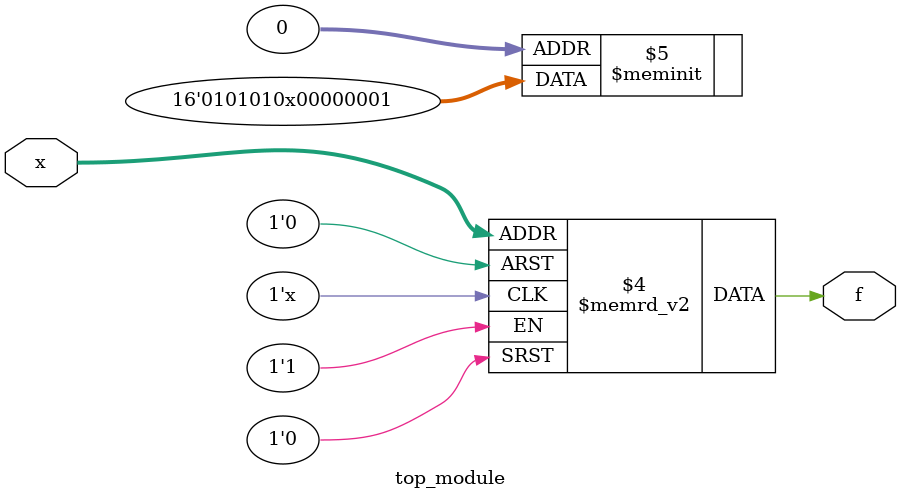
<source format=sv>
module top_module (
    input [4:1] x,
    output logic f
);

always_comb begin
    case({x[4], x[3], x[2], x[1]})
        4'b0000, 4'b1010, 4'b1100, 4'b1110: f = 1'b1;
        4'b0001, 4'b0010, 4'b0011, 4'b0100, 4'b0101, 4'b0110, 4'b0111, 4'b1001, 4'b1011, 4'b1101, 4'b1111: f = 1'b0;
    endcase
end

endmodule

</source>
